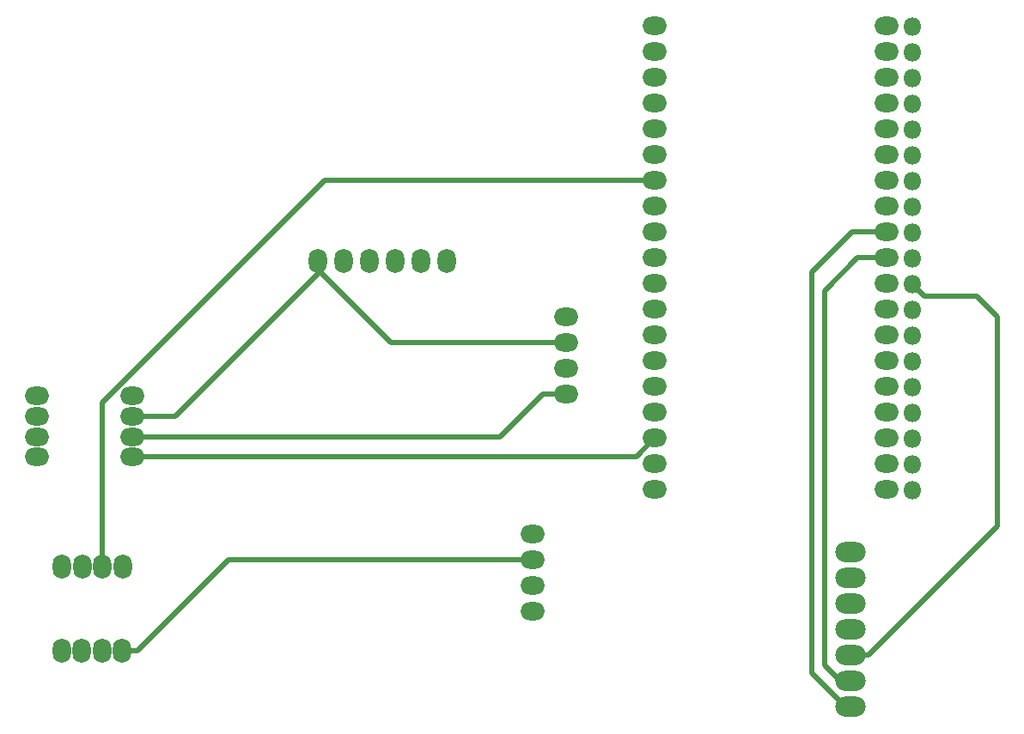
<source format=gbr>
%TF.GenerationSoftware,KiCad,Pcbnew,8.0.3*%
%TF.CreationDate,2024-06-24T21:54:25-07:00*%
%TF.ProjectId,Hardware_Device,48617264-7761-4726-955f-446576696365,rev?*%
%TF.SameCoordinates,Original*%
%TF.FileFunction,Copper,L1,Top*%
%TF.FilePolarity,Positive*%
%FSLAX46Y46*%
G04 Gerber Fmt 4.6, Leading zero omitted, Abs format (unit mm)*
G04 Created by KiCad (PCBNEW 8.0.3) date 2024-06-24 21:54:25*
%MOMM*%
%LPD*%
G01*
G04 APERTURE LIST*
%TA.AperFunction,ComponentPad*%
%ADD10O,2.400000X1.800000*%
%TD*%
%TA.AperFunction,ComponentPad*%
%ADD11O,1.800000X1.800000*%
%TD*%
%TA.AperFunction,ComponentPad*%
%ADD12O,1.800000X2.400000*%
%TD*%
%TA.AperFunction,ComponentPad*%
%ADD13O,3.000000X2.000000*%
%TD*%
%TA.AperFunction,Conductor*%
%ADD14C,1.500000*%
%TD*%
%TA.AperFunction,Conductor*%
%ADD15C,0.500000*%
%TD*%
G04 APERTURE END LIST*
D10*
%TO.P,M10,1,GND*%
%TO.N,GND*%
X189298000Y-90860000D03*
%TO.P,M10,2,TX*%
%TO.N,Net-(M10-TX)*%
X189298000Y-88320000D03*
%TO.P,M10,3,RX*%
%TO.N,Net-(M10-RX)*%
X189298000Y-85780000D03*
%TO.P,M10,4,VCC*%
%TO.N,+3V3*%
X189298000Y-83240000D03*
%TD*%
D11*
%TO.P,M8,1,3V3*%
%TO.N,+3V3*%
X226770000Y-78920000D03*
%TO.P,M8,2,EN*%
%TO.N,Net-(M6-EN)*%
X226770000Y-76380000D03*
%TO.P,M8,3,VP*%
%TO.N,Net-(M6-VP)*%
X226770000Y-73840000D03*
%TO.P,M8,4,VN*%
%TO.N,Net-(M6-VN)*%
X226770000Y-71300000D03*
%TO.P,M8,5,34*%
%TO.N,Net-(M6-34)*%
X226770000Y-68760000D03*
%TO.P,M8,6,35*%
%TO.N,Net-(M6-35)*%
X226770000Y-66220000D03*
%TO.P,M8,7,32*%
%TO.N,Net-(M6-32)*%
X226770000Y-63680000D03*
%TO.P,M8,8,33*%
%TO.N,Net-(M6-33)*%
X226770000Y-61140000D03*
%TO.P,M8,9,25*%
%TO.N,Net-(M1-DIN)*%
X226770000Y-58600000D03*
%TO.P,M8,10,26*%
%TO.N,Net-(M1-BCLK)*%
X226770000Y-56060000D03*
%TO.P,M8,11,27*%
%TO.N,Net-(M1-LRC)*%
X226770000Y-53520000D03*
%TO.P,M8,12,14*%
%TO.N,Net-(M6-14)*%
X226770000Y-50980000D03*
%TO.P,M8,13,12*%
%TO.N,Net-(M6-12)*%
X226770000Y-48440000D03*
%TO.P,M8,14,GND*%
%TO.N,GND*%
X226770000Y-45900000D03*
%TO.P,M8,15,13*%
%TO.N,Net-(M6-13)*%
X226770000Y-43360000D03*
%TO.P,M8,16,D2*%
%TO.N,Net-(M6-D2)*%
X226770000Y-40820000D03*
%TO.P,M8,17,D3*%
%TO.N,Net-(M6-D3)*%
X226770000Y-38280000D03*
%TO.P,M8,18,CMD*%
%TO.N,Net-(M6-CMD)*%
X226770000Y-35740000D03*
%TO.P,M8,19,5V*%
%TO.N,+5V*%
X226770000Y-33200000D03*
%TD*%
D12*
%TO.P,M5,1,SIG*%
%TO.N,Net-(M5-SIG)*%
X148950000Y-86450000D03*
%TO.P,M5,2,NC*%
%TO.N,Net-(M5-NC)*%
X146950000Y-86450000D03*
%TO.P,M5,3,VCC*%
%TO.N,+3V3*%
X144950000Y-86450000D03*
%TO.P,M5,4,GND*%
%TO.N,GND*%
X142950000Y-86450000D03*
%TD*%
D10*
%TO.P,M6,1,CLK*%
%TO.N,unconnected-(M6-CLK-Pad1)*%
X201400000Y-33170000D03*
%TO.P,M6,2,D0*%
%TO.N,unconnected-(M6-D0-Pad2)*%
X201400000Y-35710000D03*
%TO.P,M6,3,D1*%
%TO.N,unconnected-(M6-D1-Pad3)*%
X201400000Y-38250000D03*
%TO.P,M6,4,15*%
%TO.N,unconnected-(M6-15-Pad4)*%
X201400000Y-40790000D03*
%TO.P,M6,5,2*%
%TO.N,unconnected-(M6-2-Pad5)*%
X201400000Y-43330000D03*
%TO.P,M6,6,0*%
%TO.N,Net-(M5-SIG)*%
X201400000Y-45870000D03*
%TO.P,M6,7,4*%
%TO.N,Net-(M5-NC)*%
X201400000Y-48410000D03*
%TO.P,M6,8,16*%
%TO.N,Net-(M10-TX)*%
X201400000Y-50950000D03*
%TO.P,M6,9,17*%
%TO.N,Net-(M10-RX)*%
X201400000Y-53490000D03*
%TO.P,M6,10,5*%
%TO.N,Net-(M6-5)*%
X201400000Y-56030000D03*
%TO.P,M6,11,18*%
%TO.N,Net-(M6-18)*%
X201400000Y-58570000D03*
%TO.P,M6,12,19*%
%TO.N,Net-(M6-19)*%
X201400000Y-61110000D03*
%TO.P,M6,13,GND*%
%TO.N,GND*%
X201400000Y-63650000D03*
%TO.P,M6,14,21*%
%TO.N,Net-(M2-SDA)*%
X201400000Y-66190000D03*
%TO.P,M6,15,RX*%
%TO.N,unconnected-(M6-RX-Pad15)*%
X201400000Y-68730000D03*
%TO.P,M6,16,TX*%
%TO.N,unconnected-(M6-TX-Pad16)*%
X201400000Y-71270000D03*
%TO.P,M6,17,22*%
%TO.N,Net-(M2-SCK)*%
X201400000Y-73810000D03*
%TO.P,M6,18,23*%
%TO.N,Net-(M6-23)*%
X201400000Y-76350000D03*
%TO.P,M6,19,GND*%
%TO.N,GND*%
X201400000Y-78890000D03*
%TO.P,M6,20,3V3*%
%TO.N,+3V3*%
X224260000Y-78890000D03*
%TO.P,M6,21,EN*%
%TO.N,Net-(M6-EN)*%
X224260000Y-76350000D03*
%TO.P,M6,22,VP*%
%TO.N,Net-(M6-VP)*%
X224260000Y-73810000D03*
%TO.P,M6,23,VN*%
%TO.N,Net-(M6-VN)*%
X224260000Y-71270000D03*
%TO.P,M6,24,34*%
%TO.N,Net-(M6-34)*%
X224260000Y-68730000D03*
%TO.P,M6,25,35*%
%TO.N,Net-(M6-35)*%
X224260000Y-66190000D03*
%TO.P,M6,26,32*%
%TO.N,Net-(M6-32)*%
X224260000Y-63650000D03*
%TO.P,M6,27,33*%
%TO.N,Net-(M6-33)*%
X224260000Y-61110000D03*
%TO.P,M6,28,25*%
%TO.N,Net-(M1-DIN)*%
X224260000Y-58570000D03*
%TO.P,M6,29,26*%
%TO.N,Net-(M1-BCLK)*%
X224260000Y-56030000D03*
%TO.P,M6,30,27*%
%TO.N,Net-(M1-LRC)*%
X224260000Y-53490000D03*
%TO.P,M6,31,14*%
%TO.N,Net-(M6-14)*%
X224260000Y-50950000D03*
%TO.P,M6,32,12*%
%TO.N,Net-(M6-12)*%
X224260000Y-48410000D03*
%TO.P,M6,33,GND*%
%TO.N,GND*%
X224260000Y-45870000D03*
%TO.P,M6,34,13*%
%TO.N,Net-(M6-13)*%
X224260000Y-43330000D03*
%TO.P,M6,35,D2*%
%TO.N,Net-(M6-D2)*%
X224260000Y-40790000D03*
%TO.P,M6,36,D3*%
%TO.N,Net-(M6-D3)*%
X224260000Y-38250000D03*
%TO.P,M6,37,CMD*%
%TO.N,Net-(M6-CMD)*%
X224260000Y-35710000D03*
%TO.P,M6,38,5V*%
%TO.N,+5V*%
X224260000Y-33170000D03*
%TD*%
%TO.P,M3,1,SCL*%
%TO.N,Net-(M2-SCK)*%
X149850000Y-75650000D03*
%TO.P,M3,2,SDA*%
%TO.N,Net-(M2-SDA)*%
X149850000Y-73650000D03*
%TO.P,M3,3,VCC*%
%TO.N,+3V3*%
X149850000Y-71650000D03*
%TO.P,M3,4,GND*%
%TO.N,GND*%
X149850000Y-69650000D03*
%TD*%
D13*
%TO.P,M1,1,LRC*%
%TO.N,Net-(M1-LRC)*%
X220660000Y-100260000D03*
%TO.P,M1,2,BCLK*%
%TO.N,Net-(M1-BCLK)*%
X220660000Y-97720000D03*
%TO.P,M1,3,DIN*%
%TO.N,Net-(M1-DIN)*%
X220660000Y-95180000D03*
%TO.P,M1,4,GAIN*%
%TO.N,GND*%
X220660000Y-92640000D03*
%TO.P,M1,5,SD*%
%TO.N,unconnected-(M1-SD-Pad5)*%
X220660000Y-90100000D03*
%TO.P,M1,6,GND*%
%TO.N,GND*%
X220660000Y-87560000D03*
%TO.P,M1,7,VIN*%
%TO.N,+5V*%
X220660000Y-85020000D03*
%TD*%
D12*
%TO.P,M7,1,3V3*%
%TO.N,+3V3*%
X168148510Y-56372530D03*
%TO.P,M7,2,CS*%
%TO.N,Net-(M6-5)*%
X170688510Y-56372530D03*
%TO.P,M7,3,MOSI*%
%TO.N,Net-(M6-23)*%
X173228510Y-56372530D03*
%TO.P,M7,4,CLK*%
%TO.N,Net-(M6-18)*%
X175768510Y-56372530D03*
%TO.P,M7,5,MISO*%
%TO.N,Net-(M6-19)*%
X178308510Y-56372530D03*
%TO.P,M7,6,GND*%
%TO.N,GND*%
X180848510Y-56372530D03*
%TD*%
D10*
%TO.P,M4,1,SCL*%
%TO.N,Net-(M2-SCK)*%
X140450000Y-75650000D03*
%TO.P,M4,2,SDA*%
%TO.N,Net-(M2-SDA)*%
X140450000Y-73650000D03*
%TO.P,M4,3,VCC*%
%TO.N,+3V3*%
X140450000Y-71650000D03*
%TO.P,M4,4,GND*%
%TO.N,GND*%
X140450000Y-69650000D03*
%TD*%
D12*
%TO.P,M9,1,RX*%
%TO.N,Net-(M10-RX)*%
X148900000Y-94800000D03*
%TO.P,M9,2,TX*%
%TO.N,Net-(M10-TX)*%
X146900000Y-94800000D03*
%TO.P,M9,3,VCC*%
%TO.N,+3V3*%
X144900000Y-94800000D03*
%TO.P,M9,4,GND*%
%TO.N,GND*%
X142900000Y-94800000D03*
%TD*%
D10*
%TO.P,M2,1,GND*%
%TO.N,GND*%
X192635000Y-61840000D03*
%TO.P,M2,2,VCC*%
%TO.N,+3V3*%
X192635000Y-64380000D03*
%TO.P,M2,3,SCK*%
%TO.N,Net-(M2-SCK)*%
X192635000Y-66920000D03*
%TO.P,M2,4,SDA*%
%TO.N,Net-(M2-SDA)*%
X192635000Y-69460000D03*
%TD*%
D14*
%TO.N,GND*%
X226740000Y-45870000D02*
X226770000Y-45900000D01*
D15*
%TO.N,Net-(M1-DIN)*%
X227970000Y-59800000D02*
X233100000Y-59800000D01*
X222470000Y-95180000D02*
X220660000Y-95180000D01*
X233100000Y-59800000D02*
X235150000Y-61850000D01*
D14*
X226740000Y-58570000D02*
X226770000Y-58600000D01*
D15*
X235150000Y-82500000D02*
X222470000Y-95180000D01*
X235150000Y-61850000D02*
X235150000Y-82500000D01*
X226770000Y-58600000D02*
X227970000Y-59800000D01*
%TO.N,Net-(M1-BCLK)*%
X219620000Y-97720000D02*
X220660000Y-97720000D01*
X224260000Y-56030000D02*
X221370000Y-56030000D01*
X221370000Y-56030000D02*
X218100000Y-59300000D01*
X218100000Y-96200000D02*
X219620000Y-97720000D01*
X218100000Y-59300000D02*
X218100000Y-96200000D01*
D14*
X226740000Y-56030000D02*
X226770000Y-56060000D01*
%TO.N,+5V*%
X226740000Y-33170000D02*
X226770000Y-33200000D01*
D15*
%TO.N,Net-(M1-LRC)*%
X216850000Y-96950000D02*
X220160000Y-100260000D01*
X224260000Y-53490000D02*
X220810000Y-53490000D01*
D14*
X226740000Y-53490000D02*
X226770000Y-53520000D01*
D15*
X220810000Y-53490000D02*
X216850000Y-57450000D01*
X220160000Y-100260000D02*
X220660000Y-100260000D01*
X216850000Y-57450000D02*
X216850000Y-96950000D01*
%TO.N,+3V3*%
X175330000Y-64380000D02*
X168148510Y-57198510D01*
X168148510Y-57601490D02*
X168148510Y-56372530D01*
X168148510Y-57198510D02*
X168148510Y-56372530D01*
X192635000Y-64380000D02*
X175330000Y-64380000D01*
D14*
X226740000Y-78890000D02*
X226770000Y-78920000D01*
D15*
X154100000Y-71650000D02*
X168148510Y-57601490D01*
X149850000Y-71650000D02*
X154100000Y-71650000D01*
%TO.N,Net-(M2-SDA)*%
X149850000Y-73650000D02*
X186150000Y-73650000D01*
X190340000Y-69460000D02*
X192635000Y-69460000D01*
X186150000Y-73650000D02*
X190340000Y-69460000D01*
%TO.N,Net-(M5-NC)*%
X146950000Y-70340812D02*
X168880812Y-48410000D01*
X146950000Y-86450000D02*
X146950000Y-70340812D01*
X168880812Y-48410000D02*
X201400000Y-48410000D01*
D14*
%TO.N,Net-(M6-34)*%
X226740000Y-68730000D02*
X226770000Y-68760000D01*
%TO.N,Net-(M6-CMD)*%
X226740000Y-35710000D02*
X226770000Y-35740000D01*
%TO.N,Net-(M6-14)*%
X226740000Y-50950000D02*
X226770000Y-50980000D01*
%TO.N,Net-(M6-VP)*%
X226740000Y-73810000D02*
X226770000Y-73840000D01*
%TO.N,Net-(M6-33)*%
X226740000Y-61110000D02*
X226770000Y-61140000D01*
%TO.N,Net-(M6-D3)*%
X226740000Y-38250000D02*
X226770000Y-38280000D01*
%TO.N,Net-(M6-35)*%
X226740000Y-66190000D02*
X226770000Y-66220000D01*
D15*
%TO.N,Net-(M10-RX)*%
X150350000Y-94800000D02*
X159370000Y-85780000D01*
X159370000Y-85780000D02*
X189298000Y-85780000D01*
X148900000Y-94800000D02*
X150350000Y-94800000D01*
D14*
%TO.N,Net-(M6-12)*%
X226740000Y-48410000D02*
X226770000Y-48440000D01*
%TO.N,Net-(M6-VN)*%
X226740000Y-71270000D02*
X226770000Y-71300000D01*
%TO.N,Net-(M6-D2)*%
X226740000Y-40790000D02*
X226770000Y-40820000D01*
%TO.N,Net-(M6-13)*%
X226740000Y-43330000D02*
X226770000Y-43360000D01*
%TO.N,Net-(M6-32)*%
X226740000Y-63650000D02*
X226770000Y-63680000D01*
%TO.N,Net-(M6-EN)*%
X226740000Y-76350000D02*
X226770000Y-76380000D01*
D15*
%TO.N,Net-(M2-SCK)*%
X199560000Y-75650000D02*
X201400000Y-73810000D01*
X149850000Y-75650000D02*
X199560000Y-75650000D01*
%TD*%
M02*

</source>
